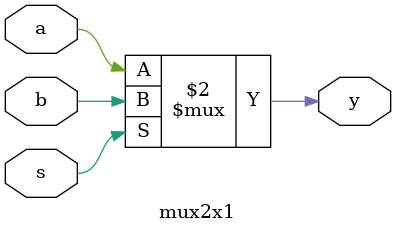
<source format=v>
module mux2x1(a,b,s,y);

input a,b,s;
output reg y;
always@*
begin

y=s?b:a;

end
endmodule
</source>
